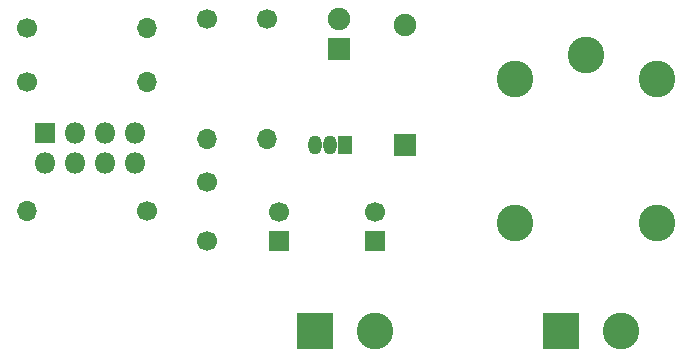
<source format=gbs>
G04 #@! TF.GenerationSoftware,KiCad,Pcbnew,(5.1.6)-1*
G04 #@! TF.CreationDate,2020-10-10T20:49:59+03:00*
G04 #@! TF.ProjectId,eso,65736f2e-6b69-4636-9164-5f7063625858,rev?*
G04 #@! TF.SameCoordinates,Original*
G04 #@! TF.FileFunction,Soldermask,Bot*
G04 #@! TF.FilePolarity,Negative*
%FSLAX46Y46*%
G04 Gerber Fmt 4.6, Leading zero omitted, Abs format (unit mm)*
G04 Created by KiCad (PCBNEW (5.1.6)-1) date 2020-10-10 20:49:59*
%MOMM*%
%LPD*%
G01*
G04 APERTURE LIST*
%ADD10C,1.900000*%
%ADD11R,1.900000X1.900000*%
%ADD12C,1.700000*%
%ADD13R,1.800000X1.800000*%
%ADD14O,1.800000X1.800000*%
%ADD15O,1.700000X1.700000*%
%ADD16R,1.150000X1.600000*%
%ADD17O,1.150000X1.600000*%
%ADD18C,3.100000*%
%ADD19R,3.100000X3.100000*%
%ADD20O,1.900000X1.900000*%
%ADD21R,1.700000X1.700000*%
G04 APERTURE END LIST*
D10*
X105156000Y-69596000D03*
D11*
X105156000Y-72136000D03*
D12*
X93980000Y-83392000D03*
X93980000Y-88392000D03*
D13*
X80264000Y-79248000D03*
D14*
X80264000Y-81788000D03*
X82804000Y-79248000D03*
X82804000Y-81788000D03*
X85344000Y-79248000D03*
X85344000Y-81788000D03*
X87884000Y-79248000D03*
X87884000Y-81788000D03*
D12*
X88900000Y-85852000D03*
D15*
X78740000Y-85852000D03*
X93980000Y-79756000D03*
D12*
X93980000Y-69596000D03*
X99060000Y-69596000D03*
D15*
X99060000Y-79756000D03*
D12*
X78740000Y-74930000D03*
D15*
X88900000Y-74930000D03*
D12*
X78740000Y-70358000D03*
D15*
X88900000Y-70358000D03*
D16*
X105664000Y-80264000D03*
D17*
X103124000Y-80264000D03*
X104394000Y-80264000D03*
D18*
X120080000Y-74668000D03*
X120080000Y-86868000D03*
X132080000Y-86868000D03*
X132080000Y-74668000D03*
X126080000Y-72668000D03*
X129032000Y-96012000D03*
D19*
X123952000Y-96012000D03*
D18*
X108204000Y-96012000D03*
D19*
X103124000Y-96012000D03*
D20*
X110744000Y-70104000D03*
D11*
X110744000Y-80264000D03*
D21*
X108204000Y-88392000D03*
D12*
X108204000Y-85892000D03*
X100076000Y-85892000D03*
D21*
X100076000Y-88392000D03*
M02*

</source>
